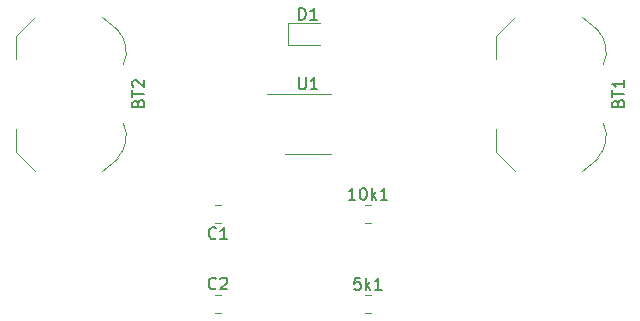
<source format=gbr>
%TF.GenerationSoftware,KiCad,Pcbnew,(6.0.7)*%
%TF.CreationDate,2022-10-01T22:51:18-07:00*%
%TF.ProjectId,Intro Project,496e7472-6f20-4507-926f-6a6563742e6b,rev?*%
%TF.SameCoordinates,Original*%
%TF.FileFunction,Legend,Top*%
%TF.FilePolarity,Positive*%
%FSLAX46Y46*%
G04 Gerber Fmt 4.6, Leading zero omitted, Abs format (unit mm)*
G04 Created by KiCad (PCBNEW (6.0.7)) date 2022-10-01 22:51:18*
%MOMM*%
%LPD*%
G01*
G04 APERTURE LIST*
%ADD10C,0.150000*%
%ADD11C,0.120000*%
G04 APERTURE END LIST*
D10*
%TO.C,BT1*%
X201508571Y-71905714D02*
X201556190Y-71762857D01*
X201603809Y-71715238D01*
X201699047Y-71667619D01*
X201841904Y-71667619D01*
X201937142Y-71715238D01*
X201984761Y-71762857D01*
X202032380Y-71858095D01*
X202032380Y-72239047D01*
X201032380Y-72239047D01*
X201032380Y-71905714D01*
X201080000Y-71810476D01*
X201127619Y-71762857D01*
X201222857Y-71715238D01*
X201318095Y-71715238D01*
X201413333Y-71762857D01*
X201460952Y-71810476D01*
X201508571Y-71905714D01*
X201508571Y-72239047D01*
X201032380Y-71381904D02*
X201032380Y-70810476D01*
X202032380Y-71096190D02*
X201032380Y-71096190D01*
X202032380Y-69953333D02*
X202032380Y-70524761D01*
X202032380Y-70239047D02*
X201032380Y-70239047D01*
X201175238Y-70334285D01*
X201270476Y-70429523D01*
X201318095Y-70524761D01*
%TO.C,10k1*%
X179268571Y-80082380D02*
X178697142Y-80082380D01*
X178982857Y-80082380D02*
X178982857Y-79082380D01*
X178887619Y-79225238D01*
X178792380Y-79320476D01*
X178697142Y-79368095D01*
X179887619Y-79082380D02*
X179982857Y-79082380D01*
X180078095Y-79130000D01*
X180125714Y-79177619D01*
X180173333Y-79272857D01*
X180220952Y-79463333D01*
X180220952Y-79701428D01*
X180173333Y-79891904D01*
X180125714Y-79987142D01*
X180078095Y-80034761D01*
X179982857Y-80082380D01*
X179887619Y-80082380D01*
X179792380Y-80034761D01*
X179744761Y-79987142D01*
X179697142Y-79891904D01*
X179649523Y-79701428D01*
X179649523Y-79463333D01*
X179697142Y-79272857D01*
X179744761Y-79177619D01*
X179792380Y-79130000D01*
X179887619Y-79082380D01*
X180649523Y-80082380D02*
X180649523Y-79082380D01*
X180744761Y-79701428D02*
X181030476Y-80082380D01*
X181030476Y-79415714D02*
X180649523Y-79796666D01*
X181982857Y-80082380D02*
X181411428Y-80082380D01*
X181697142Y-80082380D02*
X181697142Y-79082380D01*
X181601904Y-79225238D01*
X181506666Y-79320476D01*
X181411428Y-79368095D01*
%TO.C,BT2*%
X160868571Y-71905714D02*
X160916190Y-71762857D01*
X160963809Y-71715238D01*
X161059047Y-71667619D01*
X161201904Y-71667619D01*
X161297142Y-71715238D01*
X161344761Y-71762857D01*
X161392380Y-71858095D01*
X161392380Y-72239047D01*
X160392380Y-72239047D01*
X160392380Y-71905714D01*
X160440000Y-71810476D01*
X160487619Y-71762857D01*
X160582857Y-71715238D01*
X160678095Y-71715238D01*
X160773333Y-71762857D01*
X160820952Y-71810476D01*
X160868571Y-71905714D01*
X160868571Y-72239047D01*
X160392380Y-71381904D02*
X160392380Y-70810476D01*
X161392380Y-71096190D02*
X160392380Y-71096190D01*
X160487619Y-70524761D02*
X160440000Y-70477142D01*
X160392380Y-70381904D01*
X160392380Y-70143809D01*
X160440000Y-70048571D01*
X160487619Y-70000952D01*
X160582857Y-69953333D01*
X160678095Y-69953333D01*
X160820952Y-70000952D01*
X161392380Y-70572380D01*
X161392380Y-69953333D01*
%TO.C,D1*%
X174521904Y-64842380D02*
X174521904Y-63842380D01*
X174760000Y-63842380D01*
X174902857Y-63890000D01*
X174998095Y-63985238D01*
X175045714Y-64080476D01*
X175093333Y-64270952D01*
X175093333Y-64413809D01*
X175045714Y-64604285D01*
X174998095Y-64699523D01*
X174902857Y-64794761D01*
X174760000Y-64842380D01*
X174521904Y-64842380D01*
X176045714Y-64842380D02*
X175474285Y-64842380D01*
X175760000Y-64842380D02*
X175760000Y-63842380D01*
X175664761Y-63985238D01*
X175569523Y-64080476D01*
X175474285Y-64128095D01*
%TO.C,C1*%
X167473333Y-83317142D02*
X167425714Y-83364761D01*
X167282857Y-83412380D01*
X167187619Y-83412380D01*
X167044761Y-83364761D01*
X166949523Y-83269523D01*
X166901904Y-83174285D01*
X166854285Y-82983809D01*
X166854285Y-82840952D01*
X166901904Y-82650476D01*
X166949523Y-82555238D01*
X167044761Y-82460000D01*
X167187619Y-82412380D01*
X167282857Y-82412380D01*
X167425714Y-82460000D01*
X167473333Y-82507619D01*
X168425714Y-83412380D02*
X167854285Y-83412380D01*
X168140000Y-83412380D02*
X168140000Y-82412380D01*
X168044761Y-82555238D01*
X167949523Y-82650476D01*
X167854285Y-82698095D01*
%TO.C,U1*%
X174498095Y-69712380D02*
X174498095Y-70521904D01*
X174545714Y-70617142D01*
X174593333Y-70664761D01*
X174688571Y-70712380D01*
X174879047Y-70712380D01*
X174974285Y-70664761D01*
X175021904Y-70617142D01*
X175069523Y-70521904D01*
X175069523Y-69712380D01*
X176069523Y-70712380D02*
X175498095Y-70712380D01*
X175783809Y-70712380D02*
X175783809Y-69712380D01*
X175688571Y-69855238D01*
X175593333Y-69950476D01*
X175498095Y-69998095D01*
%TO.C,C2*%
X167473333Y-87577142D02*
X167425714Y-87624761D01*
X167282857Y-87672380D01*
X167187619Y-87672380D01*
X167044761Y-87624761D01*
X166949523Y-87529523D01*
X166901904Y-87434285D01*
X166854285Y-87243809D01*
X166854285Y-87100952D01*
X166901904Y-86910476D01*
X166949523Y-86815238D01*
X167044761Y-86720000D01*
X167187619Y-86672380D01*
X167282857Y-86672380D01*
X167425714Y-86720000D01*
X167473333Y-86767619D01*
X167854285Y-86767619D02*
X167901904Y-86720000D01*
X167997142Y-86672380D01*
X168235238Y-86672380D01*
X168330476Y-86720000D01*
X168378095Y-86767619D01*
X168425714Y-86862857D01*
X168425714Y-86958095D01*
X168378095Y-87100952D01*
X167806666Y-87672380D01*
X168425714Y-87672380D01*
%TO.C,5k1*%
X179697142Y-86702380D02*
X179220952Y-86702380D01*
X179173333Y-87178571D01*
X179220952Y-87130952D01*
X179316190Y-87083333D01*
X179554285Y-87083333D01*
X179649523Y-87130952D01*
X179697142Y-87178571D01*
X179744761Y-87273809D01*
X179744761Y-87511904D01*
X179697142Y-87607142D01*
X179649523Y-87654761D01*
X179554285Y-87702380D01*
X179316190Y-87702380D01*
X179220952Y-87654761D01*
X179173333Y-87607142D01*
X180173333Y-87702380D02*
X180173333Y-86702380D01*
X180268571Y-87321428D02*
X180554285Y-87702380D01*
X180554285Y-87035714D02*
X180173333Y-87416666D01*
X181506666Y-87702380D02*
X180935238Y-87702380D01*
X181220952Y-87702380D02*
X181220952Y-86702380D01*
X181125714Y-86845238D01*
X181030476Y-86940476D01*
X180935238Y-86988095D01*
D11*
%TO.C,BT1*%
X191180000Y-66220000D02*
X191180000Y-68120000D01*
X198430000Y-77670000D02*
X199780000Y-76520000D01*
X198430000Y-64570000D02*
X199780000Y-65720000D01*
X191180000Y-66220000D02*
X192830000Y-64570000D01*
X192830000Y-77670000D02*
X191180000Y-76020000D01*
X191180000Y-76020000D02*
X191180000Y-74120000D01*
X200276459Y-68618306D02*
G75*
G03*
X199780000Y-65720000I-2296459J1098306D01*
G01*
X199780000Y-76520000D02*
G75*
G03*
X200277607Y-73624098I-1800000J1800000D01*
G01*
%TO.C,10k1*%
X180112936Y-82015000D02*
X180567064Y-82015000D01*
X180112936Y-80545000D02*
X180567064Y-80545000D01*
%TO.C,BT2*%
X157790000Y-77670000D02*
X159140000Y-76520000D01*
X157790000Y-64570000D02*
X159140000Y-65720000D01*
X150540000Y-66220000D02*
X152190000Y-64570000D01*
X150540000Y-76020000D02*
X150540000Y-74120000D01*
X150540000Y-66220000D02*
X150540000Y-68120000D01*
X152190000Y-77670000D02*
X150540000Y-76020000D01*
X159140000Y-76520000D02*
G75*
G03*
X159637607Y-73624098I-1800000J1800000D01*
G01*
X159636459Y-68618306D02*
G75*
G03*
X159140000Y-65720000I-2296459J1098306D01*
G01*
%TO.C,D1*%
X173575000Y-65080000D02*
X173575000Y-67000000D01*
X176260000Y-65080000D02*
X173575000Y-65080000D01*
X173575000Y-67000000D02*
X176260000Y-67000000D01*
%TO.C,C1*%
X167901252Y-82015000D02*
X167378748Y-82015000D01*
X167901252Y-80545000D02*
X167378748Y-80545000D01*
%TO.C,U1*%
X175260000Y-76220000D02*
X173310000Y-76220000D01*
X175260000Y-71100000D02*
X171810000Y-71100000D01*
X175260000Y-76220000D02*
X177210000Y-76220000D01*
X175260000Y-71100000D02*
X177210000Y-71100000D01*
%TO.C,C2*%
X167378748Y-88165000D02*
X167901252Y-88165000D01*
X167378748Y-89635000D02*
X167901252Y-89635000D01*
%TO.C,5k1*%
X180112936Y-89635000D02*
X180567064Y-89635000D01*
X180112936Y-88165000D02*
X180567064Y-88165000D01*
%TD*%
M02*

</source>
